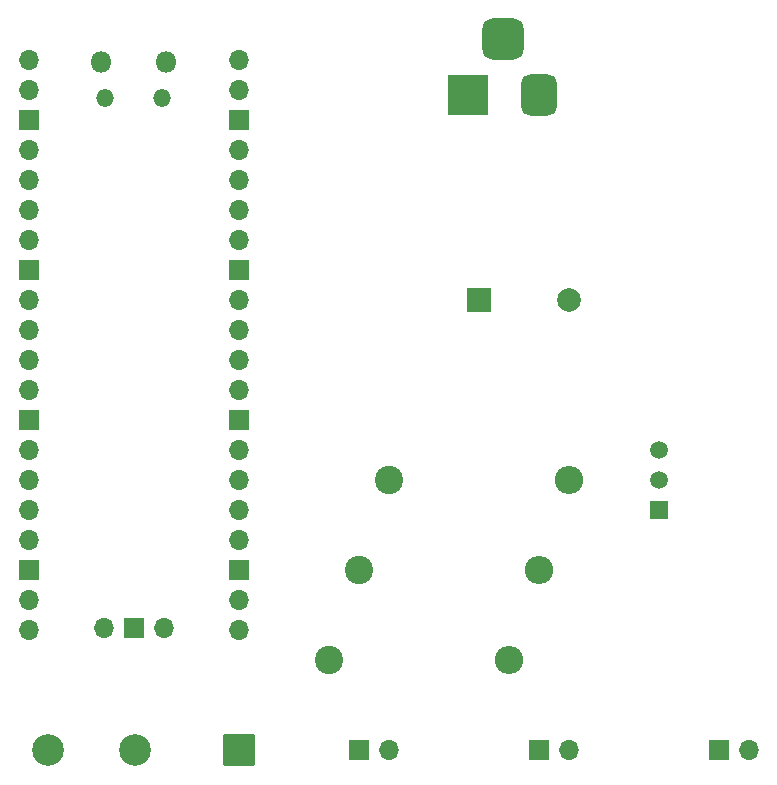
<source format=gbr>
%TF.GenerationSoftware,KiCad,Pcbnew,7.0.10-7.0.10~ubuntu22.04.1*%
%TF.CreationDate,2024-03-31T22:48:29-03:00*%
%TF.ProjectId,SweetSafe,53776565-7453-4616-9665-2e6b69636164,rev?*%
%TF.SameCoordinates,Original*%
%TF.FileFunction,Soldermask,Bot*%
%TF.FilePolarity,Negative*%
%FSLAX46Y46*%
G04 Gerber Fmt 4.6, Leading zero omitted, Abs format (unit mm)*
G04 Created by KiCad (PCBNEW 7.0.10-7.0.10~ubuntu22.04.1) date 2024-03-31 22:48:29*
%MOMM*%
%LPD*%
G01*
G04 APERTURE LIST*
G04 Aperture macros list*
%AMRoundRect*
0 Rectangle with rounded corners*
0 $1 Rounding radius*
0 $2 $3 $4 $5 $6 $7 $8 $9 X,Y pos of 4 corners*
0 Add a 4 corners polygon primitive as box body*
4,1,4,$2,$3,$4,$5,$6,$7,$8,$9,$2,$3,0*
0 Add four circle primitives for the rounded corners*
1,1,$1+$1,$2,$3*
1,1,$1+$1,$4,$5*
1,1,$1+$1,$6,$7*
1,1,$1+$1,$8,$9*
0 Add four rect primitives between the rounded corners*
20,1,$1+$1,$2,$3,$4,$5,0*
20,1,$1+$1,$4,$5,$6,$7,0*
20,1,$1+$1,$6,$7,$8,$9,0*
20,1,$1+$1,$8,$9,$2,$3,0*%
G04 Aperture macros list end*
%ADD10RoundRect,0.102000X1.237500X1.237500X-1.237500X1.237500X-1.237500X-1.237500X1.237500X-1.237500X0*%
%ADD11C,2.679000*%
%ADD12C,2.400000*%
%ADD13O,2.400000X2.400000*%
%ADD14R,2.000000X2.000000*%
%ADD15C,2.000000*%
%ADD16R,1.500000X1.500000*%
%ADD17C,1.500000*%
%ADD18O,1.800000X1.800000*%
%ADD19O,1.500000X1.500000*%
%ADD20O,1.700000X1.700000*%
%ADD21R,1.700000X1.700000*%
%ADD22R,3.500000X3.500000*%
%ADD23RoundRect,0.750000X0.750000X1.000000X-0.750000X1.000000X-0.750000X-1.000000X0.750000X-1.000000X0*%
%ADD24RoundRect,0.875000X0.875000X0.875000X-0.875000X0.875000X-0.875000X-0.875000X0.875000X-0.875000X0*%
G04 APERTURE END LIST*
D10*
%TO.C,SW1*%
X66040000Y-114300000D03*
D11*
X49940000Y-114300000D03*
X57240000Y-114300000D03*
%TD*%
D12*
%TO.C,R1*%
X73660000Y-106680000D03*
D13*
X88900000Y-106680000D03*
%TD*%
D14*
%TO.C,BZ1*%
X86380000Y-76200000D03*
D15*
X93980000Y-76200000D03*
%TD*%
D16*
%TO.C,Q1*%
X101600000Y-93980000D03*
D17*
X101600000Y-91440000D03*
X101600000Y-88900000D03*
%TD*%
D12*
%TO.C,R3*%
X78740000Y-91440000D03*
D13*
X93980000Y-91440000D03*
%TD*%
D18*
%TO.C,U1*%
X54425000Y-56010000D03*
D19*
X54725000Y-59040000D03*
X59575000Y-59040000D03*
D18*
X59875000Y-56010000D03*
D20*
X48260000Y-55880000D03*
X48260000Y-58420000D03*
D21*
X48260000Y-60960000D03*
D20*
X48260000Y-63500000D03*
X48260000Y-66040000D03*
X48260000Y-68580000D03*
X48260000Y-71120000D03*
D21*
X48260000Y-73660000D03*
D20*
X48260000Y-76200000D03*
X48260000Y-78740000D03*
X48260000Y-81280000D03*
X48260000Y-83820000D03*
D21*
X48260000Y-86360000D03*
D20*
X48260000Y-88900000D03*
X48260000Y-91440000D03*
X48260000Y-93980000D03*
X48260000Y-96520000D03*
D21*
X48260000Y-99060000D03*
D20*
X48260000Y-101600000D03*
X48260000Y-104140000D03*
X66040000Y-104140000D03*
X66040000Y-101600000D03*
D21*
X66040000Y-99060000D03*
D20*
X66040000Y-96520000D03*
X66040000Y-93980000D03*
X66040000Y-91440000D03*
X66040000Y-88900000D03*
D21*
X66040000Y-86360000D03*
D20*
X66040000Y-83820000D03*
X66040000Y-81280000D03*
X66040000Y-78740000D03*
X66040000Y-76200000D03*
D21*
X66040000Y-73660000D03*
D20*
X66040000Y-71120000D03*
X66040000Y-68580000D03*
X66040000Y-66040000D03*
X66040000Y-63500000D03*
D21*
X66040000Y-60960000D03*
D20*
X66040000Y-58420000D03*
X66040000Y-55880000D03*
X54610000Y-103910000D03*
D21*
X57150000Y-103910000D03*
D20*
X59690000Y-103910000D03*
%TD*%
D22*
%TO.C,J1*%
X85440000Y-58800000D03*
D23*
X91440000Y-58800000D03*
D24*
X88440000Y-54100000D03*
%TD*%
D21*
%TO.C,Electromagnet+*%
X106680000Y-114300000D03*
D20*
X109220000Y-114300000D03*
%TD*%
D12*
%TO.C,R2*%
X76200000Y-99060000D03*
D13*
X91440000Y-99060000D03*
%TD*%
D21*
%TO.C,GreenLed+*%
X76200000Y-114300000D03*
D20*
X78740000Y-114300000D03*
%TD*%
D21*
%TO.C,RedLed+*%
X91440000Y-114300000D03*
D20*
X93980000Y-114300000D03*
%TD*%
M02*

</source>
